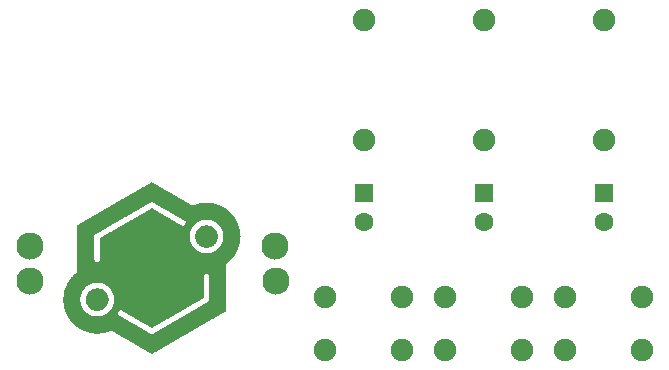
<source format=gts>
G04 MADE WITH FRITZING*
G04 WWW.FRITZING.ORG*
G04 DOUBLE SIDED*
G04 HOLES PLATED*
G04 CONTOUR ON CENTER OF CONTOUR VECTOR*
%ASAXBY*%
%FSLAX23Y23*%
%MOIN*%
%OFA0B0*%
%SFA1.0B1.0*%
%ADD10C,0.075000*%
%ADD11C,0.062992*%
%ADD12C,0.090551*%
%ADD13R,0.062992X0.062992*%
%ADD14R,0.001000X0.001000*%
%LNCOPPER1*%
G90*
G70*
G54D10*
X2013Y825D03*
X2013Y1225D03*
X1613Y825D03*
X1613Y1225D03*
X2141Y125D03*
X1885Y125D03*
X2141Y302D03*
X1885Y302D03*
X1741Y125D03*
X1485Y125D03*
X1741Y302D03*
X1485Y302D03*
X1341Y125D03*
X1085Y125D03*
X1341Y302D03*
X1085Y302D03*
G54D11*
X2013Y649D03*
X2013Y551D03*
G54D12*
X919Y354D03*
X918Y473D03*
X100Y354D03*
X99Y473D03*
G54D10*
X1213Y825D03*
X1213Y1225D03*
G54D11*
X1213Y649D03*
X1213Y551D03*
X1613Y649D03*
X1613Y551D03*
G54D13*
X2013Y649D03*
X1213Y649D03*
X1613Y649D03*
G54D14*
X507Y684D02*
X507Y684D01*
X505Y683D02*
X508Y683D01*
X503Y682D02*
X510Y682D01*
X502Y681D02*
X512Y681D01*
X500Y680D02*
X514Y680D01*
X498Y679D02*
X515Y679D01*
X496Y678D02*
X517Y678D01*
X495Y677D02*
X519Y677D01*
X493Y676D02*
X521Y676D01*
X491Y675D02*
X522Y675D01*
X490Y674D02*
X524Y674D01*
X488Y673D02*
X526Y673D01*
X486Y672D02*
X527Y672D01*
X484Y671D02*
X529Y671D01*
X483Y670D02*
X531Y670D01*
X481Y669D02*
X533Y669D01*
X479Y668D02*
X534Y668D01*
X477Y667D02*
X536Y667D01*
X476Y666D02*
X538Y666D01*
X474Y665D02*
X540Y665D01*
X472Y664D02*
X541Y664D01*
X471Y663D02*
X543Y663D01*
X469Y662D02*
X545Y662D01*
X467Y661D02*
X547Y661D01*
X465Y660D02*
X548Y660D01*
X464Y659D02*
X550Y659D01*
X462Y658D02*
X552Y658D01*
X460Y657D02*
X553Y657D01*
X458Y656D02*
X555Y656D01*
X457Y655D02*
X557Y655D01*
X455Y654D02*
X559Y654D01*
X453Y653D02*
X560Y653D01*
X451Y652D02*
X562Y652D01*
X450Y651D02*
X564Y651D01*
X448Y650D02*
X566Y650D01*
X446Y649D02*
X567Y649D01*
X445Y648D02*
X569Y648D01*
X443Y647D02*
X571Y647D01*
X441Y646D02*
X572Y646D01*
X439Y645D02*
X574Y645D01*
X438Y644D02*
X576Y644D01*
X436Y643D02*
X578Y643D01*
X434Y642D02*
X579Y642D01*
X432Y641D02*
X581Y641D01*
X431Y640D02*
X583Y640D01*
X429Y639D02*
X585Y639D01*
X427Y638D02*
X586Y638D01*
X425Y637D02*
X588Y637D01*
X424Y636D02*
X590Y636D01*
X422Y635D02*
X592Y635D01*
X420Y634D02*
X593Y634D01*
X419Y633D02*
X595Y633D01*
X417Y632D02*
X597Y632D01*
X415Y631D02*
X598Y631D01*
X413Y630D02*
X600Y630D01*
X412Y629D02*
X602Y629D01*
X410Y628D02*
X604Y628D01*
X408Y627D02*
X605Y627D01*
X406Y626D02*
X607Y626D01*
X405Y625D02*
X609Y625D01*
X403Y624D02*
X611Y624D01*
X401Y623D02*
X612Y623D01*
X400Y622D02*
X614Y622D01*
X398Y621D02*
X616Y621D01*
X396Y620D02*
X618Y620D01*
X394Y619D02*
X619Y619D01*
X393Y618D02*
X505Y618D01*
X508Y618D02*
X621Y618D01*
X391Y617D02*
X504Y617D01*
X510Y617D02*
X623Y617D01*
X389Y616D02*
X502Y616D01*
X512Y616D02*
X624Y616D01*
X387Y615D02*
X500Y615D01*
X513Y615D02*
X626Y615D01*
X675Y615D02*
X703Y615D01*
X386Y614D02*
X498Y614D01*
X515Y614D02*
X628Y614D01*
X669Y614D02*
X709Y614D01*
X384Y613D02*
X497Y613D01*
X517Y613D02*
X630Y613D01*
X664Y613D02*
X714Y613D01*
X382Y612D02*
X495Y612D01*
X519Y612D02*
X631Y612D01*
X660Y612D02*
X718Y612D01*
X380Y611D02*
X493Y611D01*
X520Y611D02*
X633Y611D01*
X657Y611D02*
X721Y611D01*
X379Y610D02*
X491Y610D01*
X522Y610D02*
X635Y610D01*
X654Y610D02*
X724Y610D01*
X377Y609D02*
X490Y609D01*
X524Y609D02*
X637Y609D01*
X651Y609D02*
X727Y609D01*
X375Y608D02*
X488Y608D01*
X526Y608D02*
X638Y608D01*
X648Y608D02*
X730Y608D01*
X374Y607D02*
X486Y607D01*
X527Y607D02*
X640Y607D01*
X646Y607D02*
X732Y607D01*
X372Y606D02*
X484Y606D01*
X529Y606D02*
X735Y606D01*
X370Y605D02*
X483Y605D01*
X531Y605D02*
X737Y605D01*
X368Y604D02*
X481Y604D01*
X533Y604D02*
X739Y604D01*
X367Y603D02*
X479Y603D01*
X534Y603D02*
X741Y603D01*
X365Y602D02*
X478Y602D01*
X536Y602D02*
X743Y602D01*
X363Y601D02*
X476Y601D01*
X538Y601D02*
X744Y601D01*
X361Y600D02*
X474Y600D01*
X539Y600D02*
X746Y600D01*
X360Y599D02*
X472Y599D01*
X541Y599D02*
X748Y599D01*
X358Y598D02*
X471Y598D01*
X543Y598D02*
X749Y598D01*
X356Y597D02*
X469Y597D01*
X507Y597D02*
X507Y597D01*
X545Y597D02*
X751Y597D01*
X354Y596D02*
X467Y596D01*
X505Y596D02*
X509Y596D01*
X546Y596D02*
X752Y596D01*
X353Y595D02*
X465Y595D01*
X503Y595D02*
X510Y595D01*
X548Y595D02*
X754Y595D01*
X351Y594D02*
X464Y594D01*
X502Y594D02*
X512Y594D01*
X550Y594D02*
X755Y594D01*
X349Y593D02*
X462Y593D01*
X500Y593D02*
X514Y593D01*
X552Y593D02*
X756Y593D01*
X348Y592D02*
X460Y592D01*
X498Y592D02*
X515Y592D01*
X553Y592D02*
X758Y592D01*
X346Y591D02*
X459Y591D01*
X496Y591D02*
X517Y591D01*
X555Y591D02*
X759Y591D01*
X344Y590D02*
X457Y590D01*
X495Y590D02*
X519Y590D01*
X557Y590D02*
X760Y590D01*
X342Y589D02*
X455Y589D01*
X493Y589D02*
X521Y589D01*
X559Y589D02*
X761Y589D01*
X341Y588D02*
X453Y588D01*
X491Y588D02*
X522Y588D01*
X560Y588D02*
X763Y588D01*
X339Y587D02*
X452Y587D01*
X489Y587D02*
X524Y587D01*
X562Y587D02*
X764Y587D01*
X337Y586D02*
X450Y586D01*
X488Y586D02*
X526Y586D01*
X564Y586D02*
X765Y586D01*
X335Y585D02*
X448Y585D01*
X486Y585D02*
X528Y585D01*
X565Y585D02*
X766Y585D01*
X334Y584D02*
X446Y584D01*
X484Y584D02*
X529Y584D01*
X567Y584D02*
X767Y584D01*
X332Y583D02*
X445Y583D01*
X483Y583D02*
X531Y583D01*
X569Y583D02*
X768Y583D01*
X330Y582D02*
X443Y582D01*
X481Y582D02*
X533Y582D01*
X571Y582D02*
X769Y582D01*
X328Y581D02*
X441Y581D01*
X479Y581D02*
X535Y581D01*
X572Y581D02*
X770Y581D01*
X327Y580D02*
X439Y580D01*
X477Y580D02*
X536Y580D01*
X574Y580D02*
X771Y580D01*
X325Y579D02*
X438Y579D01*
X476Y579D02*
X538Y579D01*
X576Y579D02*
X772Y579D01*
X323Y578D02*
X436Y578D01*
X474Y578D02*
X540Y578D01*
X578Y578D02*
X773Y578D01*
X322Y577D02*
X434Y577D01*
X472Y577D02*
X541Y577D01*
X579Y577D02*
X774Y577D01*
X320Y576D02*
X433Y576D01*
X470Y576D02*
X543Y576D01*
X581Y576D02*
X774Y576D01*
X318Y575D02*
X431Y575D01*
X469Y575D02*
X545Y575D01*
X583Y575D02*
X775Y575D01*
X316Y574D02*
X429Y574D01*
X467Y574D02*
X547Y574D01*
X585Y574D02*
X776Y574D01*
X315Y573D02*
X427Y573D01*
X465Y573D02*
X548Y573D01*
X586Y573D02*
X777Y573D01*
X313Y572D02*
X426Y572D01*
X463Y572D02*
X550Y572D01*
X588Y572D02*
X778Y572D01*
X311Y571D02*
X424Y571D01*
X462Y571D02*
X552Y571D01*
X590Y571D02*
X778Y571D01*
X309Y570D02*
X422Y570D01*
X460Y570D02*
X554Y570D01*
X591Y570D02*
X779Y570D01*
X308Y569D02*
X420Y569D01*
X458Y569D02*
X555Y569D01*
X593Y569D02*
X780Y569D01*
X306Y568D02*
X419Y568D01*
X457Y568D02*
X557Y568D01*
X595Y568D02*
X781Y568D01*
X304Y567D02*
X417Y567D01*
X455Y567D02*
X559Y567D01*
X597Y567D02*
X781Y567D01*
X303Y566D02*
X415Y566D01*
X453Y566D02*
X561Y566D01*
X598Y566D02*
X782Y566D01*
X301Y565D02*
X413Y565D01*
X451Y565D02*
X562Y565D01*
X600Y565D02*
X783Y565D01*
X299Y564D02*
X412Y564D01*
X450Y564D02*
X564Y564D01*
X602Y564D02*
X783Y564D01*
X297Y563D02*
X410Y563D01*
X448Y563D02*
X566Y563D01*
X604Y563D02*
X784Y563D01*
X296Y562D02*
X408Y562D01*
X446Y562D02*
X567Y562D01*
X605Y562D02*
X785Y562D01*
X294Y561D02*
X407Y561D01*
X444Y561D02*
X569Y561D01*
X607Y561D02*
X785Y561D01*
X292Y560D02*
X405Y560D01*
X443Y560D02*
X571Y560D01*
X609Y560D02*
X786Y560D01*
X290Y559D02*
X403Y559D01*
X441Y559D02*
X573Y559D01*
X611Y559D02*
X686Y559D01*
X692Y559D02*
X787Y559D01*
X289Y558D02*
X401Y558D01*
X439Y558D02*
X574Y558D01*
X612Y558D02*
X677Y558D01*
X701Y558D02*
X787Y558D01*
X287Y557D02*
X400Y557D01*
X437Y557D02*
X576Y557D01*
X614Y557D02*
X673Y557D01*
X705Y557D02*
X788Y557D01*
X285Y556D02*
X398Y556D01*
X436Y556D02*
X578Y556D01*
X616Y556D02*
X670Y556D01*
X708Y556D02*
X788Y556D01*
X283Y555D02*
X396Y555D01*
X434Y555D02*
X580Y555D01*
X617Y555D02*
X667Y555D01*
X710Y555D02*
X789Y555D01*
X282Y554D02*
X394Y554D01*
X432Y554D02*
X581Y554D01*
X619Y554D02*
X665Y554D01*
X713Y554D02*
X789Y554D01*
X280Y553D02*
X393Y553D01*
X431Y553D02*
X583Y553D01*
X621Y553D02*
X663Y553D01*
X715Y553D02*
X790Y553D01*
X278Y552D02*
X391Y552D01*
X429Y552D02*
X585Y552D01*
X622Y552D02*
X661Y552D01*
X717Y552D02*
X790Y552D01*
X277Y551D02*
X389Y551D01*
X427Y551D02*
X587Y551D01*
X622Y551D02*
X659Y551D01*
X718Y551D02*
X791Y551D01*
X275Y550D02*
X387Y550D01*
X425Y550D02*
X588Y550D01*
X621Y550D02*
X658Y550D01*
X720Y550D02*
X791Y550D01*
X273Y549D02*
X386Y549D01*
X424Y549D02*
X590Y549D01*
X621Y549D02*
X656Y549D01*
X722Y549D02*
X792Y549D01*
X271Y548D02*
X384Y548D01*
X422Y548D02*
X592Y548D01*
X620Y548D02*
X655Y548D01*
X723Y548D02*
X792Y548D01*
X270Y547D02*
X382Y547D01*
X420Y547D02*
X593Y547D01*
X619Y547D02*
X654Y547D01*
X724Y547D02*
X793Y547D01*
X268Y546D02*
X381Y546D01*
X418Y546D02*
X595Y546D01*
X619Y546D02*
X652Y546D01*
X726Y546D02*
X793Y546D01*
X266Y545D02*
X379Y545D01*
X417Y545D02*
X597Y545D01*
X618Y545D02*
X651Y545D01*
X727Y545D02*
X793Y545D01*
X264Y544D02*
X377Y544D01*
X415Y544D02*
X599Y544D01*
X617Y544D02*
X650Y544D01*
X728Y544D02*
X794Y544D01*
X263Y543D02*
X375Y543D01*
X413Y543D02*
X600Y543D01*
X617Y543D02*
X649Y543D01*
X729Y543D02*
X794Y543D01*
X261Y542D02*
X374Y542D01*
X411Y542D02*
X602Y542D01*
X616Y542D02*
X648Y542D01*
X730Y542D02*
X795Y542D01*
X259Y541D02*
X372Y541D01*
X410Y541D02*
X604Y541D01*
X616Y541D02*
X647Y541D01*
X731Y541D02*
X795Y541D01*
X259Y540D02*
X370Y540D01*
X408Y540D02*
X606Y540D01*
X615Y540D02*
X646Y540D01*
X683Y540D02*
X695Y540D01*
X732Y540D02*
X795Y540D01*
X259Y539D02*
X368Y539D01*
X406Y539D02*
X607Y539D01*
X615Y539D02*
X645Y539D01*
X678Y539D02*
X699Y539D01*
X733Y539D02*
X796Y539D01*
X259Y538D02*
X367Y538D01*
X405Y538D02*
X609Y538D01*
X614Y538D02*
X644Y538D01*
X676Y538D02*
X702Y538D01*
X733Y538D02*
X796Y538D01*
X259Y537D02*
X365Y537D01*
X403Y537D02*
X611Y537D01*
X614Y537D02*
X644Y537D01*
X673Y537D02*
X705Y537D01*
X734Y537D02*
X796Y537D01*
X259Y536D02*
X363Y536D01*
X401Y536D02*
X643Y536D01*
X671Y536D02*
X707Y536D01*
X735Y536D02*
X797Y536D01*
X259Y535D02*
X361Y535D01*
X399Y535D02*
X642Y535D01*
X670Y535D02*
X708Y535D01*
X736Y535D02*
X797Y535D01*
X259Y534D02*
X360Y534D01*
X398Y534D02*
X642Y534D01*
X668Y534D02*
X710Y534D01*
X736Y534D02*
X797Y534D01*
X259Y533D02*
X358Y533D01*
X396Y533D02*
X641Y533D01*
X667Y533D02*
X711Y533D01*
X737Y533D02*
X797Y533D01*
X259Y532D02*
X356Y532D01*
X394Y532D02*
X640Y532D01*
X665Y532D02*
X712Y532D01*
X737Y532D02*
X798Y532D01*
X259Y531D02*
X355Y531D01*
X392Y531D02*
X640Y531D01*
X664Y531D02*
X714Y531D01*
X738Y531D02*
X798Y531D01*
X259Y530D02*
X353Y530D01*
X391Y530D02*
X639Y530D01*
X663Y530D02*
X715Y530D01*
X739Y530D02*
X798Y530D01*
X259Y529D02*
X351Y529D01*
X389Y529D02*
X639Y529D01*
X662Y529D02*
X716Y529D01*
X739Y529D02*
X798Y529D01*
X259Y528D02*
X349Y528D01*
X387Y528D02*
X638Y528D01*
X661Y528D02*
X717Y528D01*
X740Y528D02*
X799Y528D01*
X259Y527D02*
X348Y527D01*
X385Y527D02*
X638Y527D01*
X660Y527D02*
X717Y527D01*
X740Y527D02*
X799Y527D01*
X259Y526D02*
X346Y526D01*
X384Y526D02*
X637Y526D01*
X660Y526D02*
X718Y526D01*
X741Y526D02*
X799Y526D01*
X259Y525D02*
X344Y525D01*
X382Y525D02*
X637Y525D01*
X659Y525D02*
X719Y525D01*
X741Y525D02*
X799Y525D01*
X259Y524D02*
X342Y524D01*
X380Y524D02*
X636Y524D01*
X658Y524D02*
X720Y524D01*
X742Y524D02*
X800Y524D01*
X259Y523D02*
X341Y523D01*
X379Y523D02*
X636Y523D01*
X657Y523D02*
X720Y523D01*
X742Y523D02*
X800Y523D01*
X259Y522D02*
X339Y522D01*
X377Y522D02*
X636Y522D01*
X657Y522D02*
X721Y522D01*
X742Y522D02*
X800Y522D01*
X259Y521D02*
X337Y521D01*
X375Y521D02*
X635Y521D01*
X656Y521D02*
X722Y521D01*
X743Y521D02*
X800Y521D01*
X259Y520D02*
X336Y520D01*
X373Y520D02*
X635Y520D01*
X656Y520D02*
X722Y520D01*
X743Y520D02*
X800Y520D01*
X259Y519D02*
X334Y519D01*
X372Y519D02*
X634Y519D01*
X655Y519D02*
X723Y519D01*
X743Y519D02*
X800Y519D01*
X259Y518D02*
X332Y518D01*
X370Y518D02*
X634Y518D01*
X655Y518D02*
X723Y518D01*
X744Y518D02*
X800Y518D01*
X259Y517D02*
X330Y517D01*
X368Y517D02*
X634Y517D01*
X654Y517D02*
X723Y517D01*
X744Y517D02*
X801Y517D01*
X259Y516D02*
X329Y516D01*
X366Y516D02*
X634Y516D01*
X654Y516D02*
X724Y516D01*
X744Y516D02*
X801Y516D01*
X259Y515D02*
X327Y515D01*
X365Y515D02*
X633Y515D01*
X654Y515D02*
X724Y515D01*
X744Y515D02*
X801Y515D01*
X259Y514D02*
X325Y514D01*
X363Y514D02*
X633Y514D01*
X653Y514D02*
X725Y514D01*
X745Y514D02*
X801Y514D01*
X259Y513D02*
X323Y513D01*
X361Y513D02*
X633Y513D01*
X653Y513D02*
X725Y513D01*
X745Y513D02*
X801Y513D01*
X259Y512D02*
X322Y512D01*
X360Y512D02*
X633Y512D01*
X653Y512D02*
X725Y512D01*
X745Y512D02*
X801Y512D01*
X259Y511D02*
X320Y511D01*
X358Y511D02*
X633Y511D01*
X652Y511D02*
X725Y511D01*
X745Y511D02*
X801Y511D01*
X259Y510D02*
X318Y510D01*
X356Y510D02*
X633Y510D01*
X652Y510D02*
X726Y510D01*
X745Y510D02*
X801Y510D01*
X259Y509D02*
X316Y509D01*
X354Y509D02*
X632Y509D01*
X652Y509D02*
X726Y509D01*
X745Y509D02*
X801Y509D01*
X259Y508D02*
X315Y508D01*
X353Y508D02*
X632Y508D01*
X652Y508D02*
X726Y508D01*
X745Y508D02*
X801Y508D01*
X259Y507D02*
X315Y507D01*
X351Y507D02*
X632Y507D01*
X652Y507D02*
X726Y507D01*
X745Y507D02*
X801Y507D01*
X259Y506D02*
X315Y506D01*
X349Y506D02*
X632Y506D01*
X652Y506D02*
X726Y506D01*
X746Y506D02*
X801Y506D01*
X259Y505D02*
X315Y505D01*
X347Y505D02*
X632Y505D01*
X652Y505D02*
X726Y505D01*
X746Y505D02*
X801Y505D01*
X259Y504D02*
X315Y504D01*
X346Y504D02*
X632Y504D01*
X652Y504D02*
X726Y504D01*
X746Y504D02*
X801Y504D01*
X259Y503D02*
X315Y503D01*
X344Y503D02*
X632Y503D01*
X652Y503D02*
X726Y503D01*
X746Y503D02*
X802Y503D01*
X259Y502D02*
X315Y502D01*
X342Y502D02*
X632Y502D01*
X652Y502D02*
X726Y502D01*
X746Y502D02*
X801Y502D01*
X259Y501D02*
X315Y501D01*
X340Y501D02*
X632Y501D01*
X652Y501D02*
X726Y501D01*
X746Y501D02*
X801Y501D01*
X259Y500D02*
X315Y500D01*
X339Y500D02*
X632Y500D01*
X652Y500D02*
X726Y500D01*
X746Y500D02*
X801Y500D01*
X259Y499D02*
X315Y499D01*
X337Y499D02*
X632Y499D01*
X652Y499D02*
X726Y499D01*
X746Y499D02*
X801Y499D01*
X259Y498D02*
X315Y498D01*
X335Y498D02*
X632Y498D01*
X652Y498D02*
X726Y498D01*
X745Y498D02*
X801Y498D01*
X259Y497D02*
X315Y497D01*
X334Y497D02*
X632Y497D01*
X652Y497D02*
X726Y497D01*
X745Y497D02*
X801Y497D01*
X259Y496D02*
X315Y496D01*
X334Y496D02*
X633Y496D01*
X652Y496D02*
X726Y496D01*
X745Y496D02*
X801Y496D01*
X259Y495D02*
X315Y495D01*
X334Y495D02*
X633Y495D01*
X652Y495D02*
X725Y495D01*
X745Y495D02*
X801Y495D01*
X259Y494D02*
X315Y494D01*
X334Y494D02*
X633Y494D01*
X653Y494D02*
X725Y494D01*
X745Y494D02*
X801Y494D01*
X259Y493D02*
X315Y493D01*
X334Y493D02*
X633Y493D01*
X653Y493D02*
X725Y493D01*
X745Y493D02*
X801Y493D01*
X259Y492D02*
X315Y492D01*
X334Y492D02*
X633Y492D01*
X653Y492D02*
X725Y492D01*
X745Y492D02*
X801Y492D01*
X259Y491D02*
X315Y491D01*
X334Y491D02*
X633Y491D01*
X654Y491D02*
X724Y491D01*
X744Y491D02*
X801Y491D01*
X259Y490D02*
X315Y490D01*
X334Y490D02*
X634Y490D01*
X654Y490D02*
X724Y490D01*
X744Y490D02*
X801Y490D01*
X259Y489D02*
X315Y489D01*
X334Y489D02*
X634Y489D01*
X654Y489D02*
X724Y489D01*
X744Y489D02*
X801Y489D01*
X259Y488D02*
X315Y488D01*
X334Y488D02*
X634Y488D01*
X655Y488D02*
X723Y488D01*
X744Y488D02*
X801Y488D01*
X259Y487D02*
X315Y487D01*
X334Y487D02*
X634Y487D01*
X655Y487D02*
X723Y487D01*
X743Y487D02*
X800Y487D01*
X259Y486D02*
X315Y486D01*
X334Y486D02*
X635Y486D01*
X656Y486D02*
X722Y486D01*
X743Y486D02*
X800Y486D01*
X259Y485D02*
X315Y485D01*
X334Y485D02*
X635Y485D01*
X656Y485D02*
X722Y485D01*
X743Y485D02*
X800Y485D01*
X259Y484D02*
X315Y484D01*
X334Y484D02*
X635Y484D01*
X657Y484D02*
X721Y484D01*
X742Y484D02*
X800Y484D01*
X259Y483D02*
X315Y483D01*
X334Y483D02*
X636Y483D01*
X657Y483D02*
X721Y483D01*
X742Y483D02*
X800Y483D01*
X259Y482D02*
X315Y482D01*
X334Y482D02*
X636Y482D01*
X658Y482D02*
X720Y482D01*
X742Y482D02*
X800Y482D01*
X259Y481D02*
X315Y481D01*
X334Y481D02*
X637Y481D01*
X659Y481D02*
X719Y481D01*
X741Y481D02*
X799Y481D01*
X259Y480D02*
X315Y480D01*
X334Y480D02*
X637Y480D01*
X659Y480D02*
X719Y480D01*
X741Y480D02*
X799Y480D01*
X259Y479D02*
X315Y479D01*
X334Y479D02*
X637Y479D01*
X660Y479D02*
X718Y479D01*
X740Y479D02*
X799Y479D01*
X259Y478D02*
X315Y478D01*
X334Y478D02*
X638Y478D01*
X661Y478D02*
X717Y478D01*
X740Y478D02*
X799Y478D01*
X259Y477D02*
X315Y477D01*
X334Y477D02*
X638Y477D01*
X662Y477D02*
X716Y477D01*
X739Y477D02*
X798Y477D01*
X259Y476D02*
X315Y476D01*
X334Y476D02*
X639Y476D01*
X663Y476D02*
X715Y476D01*
X739Y476D02*
X798Y476D01*
X259Y475D02*
X315Y475D01*
X334Y475D02*
X640Y475D01*
X664Y475D02*
X714Y475D01*
X738Y475D02*
X798Y475D01*
X259Y474D02*
X315Y474D01*
X334Y474D02*
X640Y474D01*
X665Y474D02*
X713Y474D01*
X738Y474D02*
X798Y474D01*
X259Y473D02*
X315Y473D01*
X334Y473D02*
X641Y473D01*
X666Y473D02*
X712Y473D01*
X737Y473D02*
X797Y473D01*
X259Y472D02*
X315Y472D01*
X334Y472D02*
X641Y472D01*
X668Y472D02*
X710Y472D01*
X736Y472D02*
X797Y472D01*
X259Y471D02*
X315Y471D01*
X334Y471D02*
X642Y471D01*
X669Y471D02*
X709Y471D01*
X736Y471D02*
X797Y471D01*
X259Y470D02*
X315Y470D01*
X334Y470D02*
X643Y470D01*
X671Y470D02*
X707Y470D01*
X735Y470D02*
X797Y470D01*
X259Y469D02*
X315Y469D01*
X334Y469D02*
X643Y469D01*
X673Y469D02*
X705Y469D01*
X734Y469D02*
X796Y469D01*
X259Y468D02*
X315Y468D01*
X334Y468D02*
X644Y468D01*
X675Y468D02*
X703Y468D01*
X734Y468D02*
X796Y468D01*
X259Y467D02*
X315Y467D01*
X334Y467D02*
X645Y467D01*
X677Y467D02*
X700Y467D01*
X733Y467D02*
X796Y467D01*
X259Y466D02*
X315Y466D01*
X334Y466D02*
X646Y466D01*
X681Y466D02*
X697Y466D01*
X732Y466D02*
X795Y466D01*
X259Y465D02*
X315Y465D01*
X334Y465D02*
X647Y465D01*
X731Y465D02*
X795Y465D01*
X259Y464D02*
X315Y464D01*
X334Y464D02*
X648Y464D01*
X730Y464D02*
X795Y464D01*
X259Y463D02*
X315Y463D01*
X334Y463D02*
X649Y463D01*
X729Y463D02*
X794Y463D01*
X259Y462D02*
X315Y462D01*
X334Y462D02*
X650Y462D01*
X728Y462D02*
X794Y462D01*
X259Y461D02*
X315Y461D01*
X334Y461D02*
X651Y461D01*
X727Y461D02*
X793Y461D01*
X259Y460D02*
X315Y460D01*
X334Y460D02*
X652Y460D01*
X726Y460D02*
X793Y460D01*
X259Y459D02*
X315Y459D01*
X334Y459D02*
X653Y459D01*
X725Y459D02*
X793Y459D01*
X259Y458D02*
X315Y458D01*
X334Y458D02*
X654Y458D01*
X723Y458D02*
X792Y458D01*
X259Y457D02*
X315Y457D01*
X334Y457D02*
X656Y457D01*
X722Y457D02*
X792Y457D01*
X259Y456D02*
X315Y456D01*
X334Y456D02*
X657Y456D01*
X721Y456D02*
X791Y456D01*
X259Y455D02*
X315Y455D01*
X334Y455D02*
X659Y455D01*
X719Y455D02*
X791Y455D01*
X259Y454D02*
X315Y454D01*
X334Y454D02*
X661Y454D01*
X717Y454D02*
X790Y454D01*
X259Y453D02*
X315Y453D01*
X334Y453D02*
X662Y453D01*
X716Y453D02*
X790Y453D01*
X259Y452D02*
X315Y452D01*
X334Y452D02*
X664Y452D01*
X713Y452D02*
X789Y452D01*
X259Y451D02*
X315Y451D01*
X334Y451D02*
X666Y451D01*
X711Y451D02*
X789Y451D01*
X259Y450D02*
X315Y450D01*
X334Y450D02*
X669Y450D01*
X709Y450D02*
X788Y450D01*
X259Y449D02*
X315Y449D01*
X334Y449D02*
X672Y449D01*
X706Y449D02*
X788Y449D01*
X259Y448D02*
X315Y448D01*
X334Y448D02*
X676Y448D01*
X702Y448D02*
X787Y448D01*
X259Y447D02*
X315Y447D01*
X334Y447D02*
X682Y447D01*
X696Y447D02*
X787Y447D01*
X259Y446D02*
X315Y446D01*
X334Y446D02*
X786Y446D01*
X259Y445D02*
X315Y445D01*
X334Y445D02*
X786Y445D01*
X259Y444D02*
X315Y444D01*
X334Y444D02*
X785Y444D01*
X259Y443D02*
X315Y443D01*
X334Y443D02*
X784Y443D01*
X259Y442D02*
X315Y442D01*
X334Y442D02*
X784Y442D01*
X259Y441D02*
X315Y441D01*
X334Y441D02*
X783Y441D01*
X259Y440D02*
X315Y440D01*
X334Y440D02*
X782Y440D01*
X259Y439D02*
X315Y439D01*
X334Y439D02*
X782Y439D01*
X259Y438D02*
X315Y438D01*
X334Y438D02*
X781Y438D01*
X259Y437D02*
X315Y437D01*
X334Y437D02*
X780Y437D01*
X259Y436D02*
X315Y436D01*
X334Y436D02*
X779Y436D01*
X259Y435D02*
X315Y435D01*
X334Y435D02*
X779Y435D01*
X259Y434D02*
X315Y434D01*
X334Y434D02*
X778Y434D01*
X259Y433D02*
X315Y433D01*
X334Y433D02*
X777Y433D01*
X259Y432D02*
X315Y432D01*
X334Y432D02*
X776Y432D01*
X259Y431D02*
X315Y431D01*
X334Y431D02*
X776Y431D01*
X259Y430D02*
X315Y430D01*
X334Y430D02*
X775Y430D01*
X259Y429D02*
X315Y429D01*
X334Y429D02*
X774Y429D01*
X259Y428D02*
X315Y428D01*
X334Y428D02*
X773Y428D01*
X259Y427D02*
X315Y427D01*
X334Y427D02*
X772Y427D01*
X259Y426D02*
X315Y426D01*
X334Y426D02*
X771Y426D01*
X259Y425D02*
X315Y425D01*
X334Y425D02*
X770Y425D01*
X259Y424D02*
X316Y424D01*
X334Y424D02*
X769Y424D01*
X259Y423D02*
X316Y423D01*
X333Y423D02*
X768Y423D01*
X259Y422D02*
X317Y422D01*
X333Y422D02*
X767Y422D01*
X259Y421D02*
X317Y421D01*
X332Y421D02*
X766Y421D01*
X259Y420D02*
X318Y420D01*
X331Y420D02*
X765Y420D01*
X259Y419D02*
X320Y419D01*
X329Y419D02*
X764Y419D01*
X259Y418D02*
X323Y418D01*
X326Y418D02*
X763Y418D01*
X259Y417D02*
X762Y417D01*
X259Y416D02*
X761Y416D01*
X259Y415D02*
X759Y415D01*
X259Y414D02*
X758Y414D01*
X259Y413D02*
X757Y413D01*
X259Y412D02*
X756Y412D01*
X259Y411D02*
X755Y411D01*
X259Y410D02*
X754Y410D01*
X259Y409D02*
X754Y409D01*
X259Y408D02*
X754Y408D01*
X259Y407D02*
X754Y407D01*
X259Y406D02*
X754Y406D01*
X259Y405D02*
X754Y405D01*
X259Y404D02*
X754Y404D01*
X259Y403D02*
X754Y403D01*
X259Y402D02*
X754Y402D01*
X259Y401D02*
X754Y401D01*
X259Y400D02*
X754Y400D01*
X259Y399D02*
X754Y399D01*
X259Y398D02*
X754Y398D01*
X259Y397D02*
X754Y397D01*
X259Y396D02*
X754Y396D01*
X259Y395D02*
X754Y395D01*
X259Y394D02*
X754Y394D01*
X259Y393D02*
X754Y393D01*
X259Y392D02*
X754Y392D01*
X259Y391D02*
X754Y391D01*
X259Y390D02*
X754Y390D01*
X259Y389D02*
X754Y389D01*
X259Y388D02*
X754Y388D01*
X259Y387D02*
X754Y387D01*
X259Y386D02*
X754Y386D01*
X259Y385D02*
X754Y385D01*
X259Y384D02*
X754Y384D01*
X258Y383D02*
X754Y383D01*
X256Y382D02*
X754Y382D01*
X255Y381D02*
X754Y381D01*
X254Y380D02*
X754Y380D01*
X253Y379D02*
X754Y379D01*
X251Y378D02*
X754Y378D01*
X250Y377D02*
X686Y377D01*
X692Y377D02*
X754Y377D01*
X249Y376D02*
X684Y376D01*
X694Y376D02*
X754Y376D01*
X248Y375D02*
X682Y375D01*
X696Y375D02*
X754Y375D01*
X247Y374D02*
X681Y374D01*
X697Y374D02*
X754Y374D01*
X246Y373D02*
X681Y373D01*
X697Y373D02*
X754Y373D01*
X245Y372D02*
X680Y372D01*
X698Y372D02*
X754Y372D01*
X244Y371D02*
X680Y371D01*
X698Y371D02*
X754Y371D01*
X243Y370D02*
X679Y370D01*
X698Y370D02*
X754Y370D01*
X242Y369D02*
X679Y369D01*
X699Y369D02*
X754Y369D01*
X241Y368D02*
X679Y368D01*
X699Y368D02*
X754Y368D01*
X240Y367D02*
X679Y367D01*
X699Y367D02*
X754Y367D01*
X239Y366D02*
X679Y366D01*
X699Y366D02*
X754Y366D01*
X239Y365D02*
X679Y365D01*
X699Y365D02*
X754Y365D01*
X238Y364D02*
X679Y364D01*
X699Y364D02*
X754Y364D01*
X237Y363D02*
X679Y363D01*
X699Y363D02*
X754Y363D01*
X236Y362D02*
X679Y362D01*
X699Y362D02*
X754Y362D01*
X235Y361D02*
X679Y361D01*
X699Y361D02*
X754Y361D01*
X235Y360D02*
X679Y360D01*
X699Y360D02*
X754Y360D01*
X234Y359D02*
X679Y359D01*
X699Y359D02*
X754Y359D01*
X233Y358D02*
X679Y358D01*
X699Y358D02*
X754Y358D01*
X232Y357D02*
X679Y357D01*
X699Y357D02*
X754Y357D01*
X232Y356D02*
X679Y356D01*
X699Y356D02*
X754Y356D01*
X231Y355D02*
X679Y355D01*
X699Y355D02*
X754Y355D01*
X230Y354D02*
X679Y354D01*
X699Y354D02*
X754Y354D01*
X230Y353D02*
X679Y353D01*
X699Y353D02*
X754Y353D01*
X229Y352D02*
X679Y352D01*
X699Y352D02*
X754Y352D01*
X228Y351D02*
X679Y351D01*
X699Y351D02*
X754Y351D01*
X228Y350D02*
X679Y350D01*
X699Y350D02*
X754Y350D01*
X227Y349D02*
X679Y349D01*
X699Y349D02*
X754Y349D01*
X227Y348D02*
X315Y348D01*
X334Y348D02*
X679Y348D01*
X699Y348D02*
X754Y348D01*
X226Y347D02*
X310Y347D01*
X339Y347D02*
X679Y347D01*
X699Y347D02*
X754Y347D01*
X226Y346D02*
X307Y346D01*
X343Y346D02*
X679Y346D01*
X699Y346D02*
X754Y346D01*
X225Y345D02*
X304Y345D01*
X345Y345D02*
X679Y345D01*
X699Y345D02*
X754Y345D01*
X225Y344D02*
X301Y344D01*
X348Y344D02*
X679Y344D01*
X699Y344D02*
X754Y344D01*
X224Y343D02*
X299Y343D01*
X350Y343D02*
X679Y343D01*
X699Y343D02*
X754Y343D01*
X224Y342D02*
X297Y342D01*
X352Y342D02*
X679Y342D01*
X699Y342D02*
X754Y342D01*
X223Y341D02*
X296Y341D01*
X354Y341D02*
X679Y341D01*
X699Y341D02*
X754Y341D01*
X223Y340D02*
X294Y340D01*
X355Y340D02*
X679Y340D01*
X699Y340D02*
X754Y340D01*
X222Y339D02*
X292Y339D01*
X357Y339D02*
X679Y339D01*
X699Y339D02*
X754Y339D01*
X222Y338D02*
X291Y338D01*
X358Y338D02*
X679Y338D01*
X699Y338D02*
X754Y338D01*
X221Y337D02*
X290Y337D01*
X360Y337D02*
X679Y337D01*
X699Y337D02*
X754Y337D01*
X221Y336D02*
X288Y336D01*
X361Y336D02*
X679Y336D01*
X699Y336D02*
X754Y336D01*
X220Y335D02*
X287Y335D01*
X362Y335D02*
X679Y335D01*
X699Y335D02*
X754Y335D01*
X220Y334D02*
X286Y334D01*
X363Y334D02*
X679Y334D01*
X699Y334D02*
X754Y334D01*
X220Y333D02*
X285Y333D01*
X364Y333D02*
X679Y333D01*
X699Y333D02*
X754Y333D01*
X219Y332D02*
X284Y332D01*
X365Y332D02*
X679Y332D01*
X699Y332D02*
X754Y332D01*
X219Y331D02*
X283Y331D01*
X366Y331D02*
X679Y331D01*
X699Y331D02*
X754Y331D01*
X219Y330D02*
X282Y330D01*
X320Y330D02*
X329Y330D01*
X367Y330D02*
X679Y330D01*
X699Y330D02*
X754Y330D01*
X218Y329D02*
X281Y329D01*
X315Y329D02*
X334Y329D01*
X368Y329D02*
X679Y329D01*
X699Y329D02*
X754Y329D01*
X218Y328D02*
X280Y328D01*
X312Y328D02*
X337Y328D01*
X369Y328D02*
X679Y328D01*
X699Y328D02*
X754Y328D01*
X217Y327D02*
X280Y327D01*
X310Y327D02*
X340Y327D01*
X370Y327D02*
X679Y327D01*
X699Y327D02*
X754Y327D01*
X217Y326D02*
X279Y326D01*
X308Y326D02*
X342Y326D01*
X370Y326D02*
X679Y326D01*
X699Y326D02*
X754Y326D01*
X217Y325D02*
X278Y325D01*
X306Y325D02*
X343Y325D01*
X371Y325D02*
X679Y325D01*
X699Y325D02*
X754Y325D01*
X217Y324D02*
X278Y324D01*
X304Y324D02*
X345Y324D01*
X372Y324D02*
X679Y324D01*
X699Y324D02*
X754Y324D01*
X216Y323D02*
X277Y323D01*
X303Y323D02*
X346Y323D01*
X372Y323D02*
X679Y323D01*
X699Y323D02*
X754Y323D01*
X216Y322D02*
X276Y322D01*
X302Y322D02*
X348Y322D01*
X373Y322D02*
X679Y322D01*
X699Y322D02*
X754Y322D01*
X216Y321D02*
X276Y321D01*
X300Y321D02*
X349Y321D01*
X374Y321D02*
X679Y321D01*
X699Y321D02*
X754Y321D01*
X215Y320D02*
X275Y320D01*
X299Y320D02*
X350Y320D01*
X374Y320D02*
X679Y320D01*
X699Y320D02*
X754Y320D01*
X215Y319D02*
X274Y319D01*
X298Y319D02*
X351Y319D01*
X375Y319D02*
X679Y319D01*
X699Y319D02*
X754Y319D01*
X215Y318D02*
X274Y318D01*
X297Y318D02*
X352Y318D01*
X375Y318D02*
X679Y318D01*
X699Y318D02*
X754Y318D01*
X215Y317D02*
X274Y317D01*
X296Y317D02*
X353Y317D01*
X376Y317D02*
X679Y317D01*
X699Y317D02*
X754Y317D01*
X215Y316D02*
X273Y316D01*
X296Y316D02*
X354Y316D01*
X376Y316D02*
X679Y316D01*
X699Y316D02*
X754Y316D01*
X214Y315D02*
X273Y315D01*
X295Y315D02*
X355Y315D01*
X377Y315D02*
X679Y315D01*
X699Y315D02*
X754Y315D01*
X214Y314D02*
X272Y314D01*
X294Y314D02*
X355Y314D01*
X377Y314D02*
X679Y314D01*
X699Y314D02*
X754Y314D01*
X214Y313D02*
X272Y313D01*
X293Y313D02*
X356Y313D01*
X378Y313D02*
X679Y313D01*
X699Y313D02*
X754Y313D01*
X214Y312D02*
X271Y312D01*
X293Y312D02*
X357Y312D01*
X378Y312D02*
X679Y312D01*
X699Y312D02*
X754Y312D01*
X214Y311D02*
X271Y311D01*
X292Y311D02*
X357Y311D01*
X378Y311D02*
X679Y311D01*
X699Y311D02*
X754Y311D01*
X213Y310D02*
X271Y310D01*
X292Y310D02*
X358Y310D01*
X379Y310D02*
X679Y310D01*
X699Y310D02*
X754Y310D01*
X213Y309D02*
X270Y309D01*
X291Y309D02*
X358Y309D01*
X379Y309D02*
X679Y309D01*
X699Y309D02*
X754Y309D01*
X213Y308D02*
X270Y308D01*
X291Y308D02*
X359Y308D01*
X379Y308D02*
X679Y308D01*
X699Y308D02*
X754Y308D01*
X213Y307D02*
X270Y307D01*
X290Y307D02*
X359Y307D01*
X380Y307D02*
X679Y307D01*
X699Y307D02*
X754Y307D01*
X213Y306D02*
X270Y306D01*
X290Y306D02*
X359Y306D01*
X380Y306D02*
X679Y306D01*
X699Y306D02*
X754Y306D01*
X213Y305D02*
X269Y305D01*
X289Y305D02*
X360Y305D01*
X380Y305D02*
X679Y305D01*
X699Y305D02*
X754Y305D01*
X213Y304D02*
X269Y304D01*
X289Y304D02*
X360Y304D01*
X380Y304D02*
X679Y304D01*
X699Y304D02*
X754Y304D01*
X213Y303D02*
X269Y303D01*
X289Y303D02*
X360Y303D01*
X380Y303D02*
X679Y303D01*
X699Y303D02*
X754Y303D01*
X213Y302D02*
X269Y302D01*
X289Y302D02*
X361Y302D01*
X381Y302D02*
X679Y302D01*
X699Y302D02*
X754Y302D01*
X212Y301D02*
X269Y301D01*
X288Y301D02*
X361Y301D01*
X381Y301D02*
X679Y301D01*
X699Y301D02*
X754Y301D01*
X212Y300D02*
X268Y300D01*
X288Y300D02*
X361Y300D01*
X381Y300D02*
X679Y300D01*
X699Y300D02*
X754Y300D01*
X212Y299D02*
X268Y299D01*
X288Y299D02*
X361Y299D01*
X381Y299D02*
X679Y299D01*
X699Y299D02*
X754Y299D01*
X212Y298D02*
X268Y298D01*
X288Y298D02*
X362Y298D01*
X381Y298D02*
X679Y298D01*
X699Y298D02*
X754Y298D01*
X212Y297D02*
X268Y297D01*
X288Y297D02*
X362Y297D01*
X381Y297D02*
X678Y297D01*
X699Y297D02*
X754Y297D01*
X212Y296D02*
X268Y296D01*
X287Y296D02*
X362Y296D01*
X381Y296D02*
X676Y296D01*
X699Y296D02*
X754Y296D01*
X212Y295D02*
X268Y295D01*
X287Y295D02*
X362Y295D01*
X381Y295D02*
X674Y295D01*
X699Y295D02*
X754Y295D01*
X212Y294D02*
X268Y294D01*
X287Y294D02*
X362Y294D01*
X381Y294D02*
X673Y294D01*
X699Y294D02*
X754Y294D01*
X212Y293D02*
X268Y293D01*
X287Y293D02*
X362Y293D01*
X381Y293D02*
X671Y293D01*
X699Y293D02*
X754Y293D01*
X212Y292D02*
X268Y292D01*
X287Y292D02*
X362Y292D01*
X381Y292D02*
X669Y292D01*
X699Y292D02*
X754Y292D01*
X212Y291D02*
X268Y291D01*
X287Y291D02*
X362Y291D01*
X381Y291D02*
X667Y291D01*
X699Y291D02*
X754Y291D01*
X212Y290D02*
X268Y290D01*
X287Y290D02*
X362Y290D01*
X381Y290D02*
X666Y290D01*
X699Y290D02*
X754Y290D01*
X212Y289D02*
X268Y289D01*
X287Y289D02*
X362Y289D01*
X381Y289D02*
X664Y289D01*
X699Y289D02*
X754Y289D01*
X212Y288D02*
X268Y288D01*
X288Y288D02*
X362Y288D01*
X381Y288D02*
X662Y288D01*
X699Y288D02*
X754Y288D01*
X212Y287D02*
X268Y287D01*
X288Y287D02*
X362Y287D01*
X381Y287D02*
X660Y287D01*
X698Y287D02*
X754Y287D01*
X212Y286D02*
X268Y286D01*
X288Y286D02*
X361Y286D01*
X381Y286D02*
X659Y286D01*
X696Y286D02*
X754Y286D01*
X212Y285D02*
X268Y285D01*
X288Y285D02*
X361Y285D01*
X381Y285D02*
X657Y285D01*
X695Y285D02*
X754Y285D01*
X212Y284D02*
X269Y284D01*
X288Y284D02*
X361Y284D01*
X381Y284D02*
X655Y284D01*
X693Y284D02*
X754Y284D01*
X212Y283D02*
X269Y283D01*
X289Y283D02*
X361Y283D01*
X381Y283D02*
X653Y283D01*
X691Y283D02*
X754Y283D01*
X213Y282D02*
X269Y282D01*
X289Y282D02*
X360Y282D01*
X380Y282D02*
X652Y282D01*
X690Y282D02*
X754Y282D01*
X213Y281D02*
X269Y281D01*
X289Y281D02*
X360Y281D01*
X380Y281D02*
X650Y281D01*
X688Y281D02*
X754Y281D01*
X213Y280D02*
X269Y280D01*
X289Y280D02*
X360Y280D01*
X380Y280D02*
X648Y280D01*
X686Y280D02*
X754Y280D01*
X213Y279D02*
X270Y279D01*
X290Y279D02*
X359Y279D01*
X380Y279D02*
X647Y279D01*
X684Y279D02*
X754Y279D01*
X213Y278D02*
X270Y278D01*
X290Y278D02*
X359Y278D01*
X380Y278D02*
X645Y278D01*
X683Y278D02*
X754Y278D01*
X213Y277D02*
X270Y277D01*
X291Y277D02*
X359Y277D01*
X379Y277D02*
X643Y277D01*
X681Y277D02*
X754Y277D01*
X213Y276D02*
X270Y276D01*
X291Y276D02*
X358Y276D01*
X379Y276D02*
X641Y276D01*
X679Y276D02*
X754Y276D01*
X213Y275D02*
X271Y275D01*
X292Y275D02*
X358Y275D01*
X379Y275D02*
X640Y275D01*
X677Y275D02*
X754Y275D01*
X214Y274D02*
X271Y274D01*
X292Y274D02*
X357Y274D01*
X378Y274D02*
X638Y274D01*
X676Y274D02*
X754Y274D01*
X214Y273D02*
X271Y273D01*
X293Y273D02*
X357Y273D01*
X378Y273D02*
X636Y273D01*
X674Y273D02*
X754Y273D01*
X214Y272D02*
X272Y272D01*
X293Y272D02*
X356Y272D01*
X378Y272D02*
X634Y272D01*
X672Y272D02*
X754Y272D01*
X214Y271D02*
X272Y271D01*
X294Y271D02*
X355Y271D01*
X377Y271D02*
X633Y271D01*
X671Y271D02*
X754Y271D01*
X214Y270D02*
X273Y270D01*
X295Y270D02*
X354Y270D01*
X377Y270D02*
X631Y270D01*
X669Y270D02*
X754Y270D01*
X215Y269D02*
X273Y269D01*
X296Y269D02*
X354Y269D01*
X376Y269D02*
X629Y269D01*
X667Y269D02*
X754Y269D01*
X215Y268D02*
X274Y268D01*
X296Y268D02*
X353Y268D01*
X376Y268D02*
X627Y268D01*
X665Y268D02*
X754Y268D01*
X215Y267D02*
X274Y267D01*
X297Y267D02*
X352Y267D01*
X375Y267D02*
X626Y267D01*
X664Y267D02*
X754Y267D01*
X215Y266D02*
X275Y266D01*
X298Y266D02*
X351Y266D01*
X375Y266D02*
X624Y266D01*
X662Y266D02*
X754Y266D01*
X215Y265D02*
X275Y265D01*
X299Y265D02*
X350Y265D01*
X374Y265D02*
X622Y265D01*
X660Y265D02*
X754Y265D01*
X216Y264D02*
X276Y264D01*
X300Y264D02*
X349Y264D01*
X374Y264D02*
X621Y264D01*
X658Y264D02*
X754Y264D01*
X216Y263D02*
X276Y263D01*
X302Y263D02*
X348Y263D01*
X373Y263D02*
X619Y263D01*
X657Y263D02*
X754Y263D01*
X216Y262D02*
X277Y262D01*
X303Y262D02*
X346Y262D01*
X372Y262D02*
X617Y262D01*
X655Y262D02*
X754Y262D01*
X217Y261D02*
X278Y261D01*
X304Y261D02*
X345Y261D01*
X372Y261D02*
X615Y261D01*
X653Y261D02*
X754Y261D01*
X217Y260D02*
X278Y260D01*
X306Y260D02*
X343Y260D01*
X371Y260D02*
X614Y260D01*
X651Y260D02*
X754Y260D01*
X217Y259D02*
X279Y259D01*
X308Y259D02*
X342Y259D01*
X370Y259D02*
X612Y259D01*
X650Y259D02*
X754Y259D01*
X217Y258D02*
X280Y258D01*
X310Y258D02*
X340Y258D01*
X370Y258D02*
X400Y258D01*
X403Y258D02*
X610Y258D01*
X648Y258D02*
X754Y258D01*
X218Y257D02*
X281Y257D01*
X312Y257D02*
X337Y257D01*
X369Y257D02*
X399Y257D01*
X405Y257D02*
X608Y257D01*
X646Y257D02*
X754Y257D01*
X218Y256D02*
X281Y256D01*
X316Y256D02*
X334Y256D01*
X368Y256D02*
X399Y256D01*
X407Y256D02*
X607Y256D01*
X645Y256D02*
X754Y256D01*
X218Y255D02*
X282Y255D01*
X321Y255D02*
X329Y255D01*
X367Y255D02*
X398Y255D01*
X409Y255D02*
X605Y255D01*
X643Y255D02*
X754Y255D01*
X219Y254D02*
X283Y254D01*
X366Y254D02*
X398Y254D01*
X410Y254D02*
X603Y254D01*
X641Y254D02*
X754Y254D01*
X219Y253D02*
X284Y253D01*
X365Y253D02*
X397Y253D01*
X412Y253D02*
X602Y253D01*
X639Y253D02*
X752Y253D01*
X220Y252D02*
X285Y252D01*
X364Y252D02*
X397Y252D01*
X414Y252D02*
X600Y252D01*
X638Y252D02*
X750Y252D01*
X220Y251D02*
X286Y251D01*
X363Y251D02*
X396Y251D01*
X416Y251D02*
X598Y251D01*
X636Y251D02*
X749Y251D01*
X220Y250D02*
X287Y250D01*
X362Y250D02*
X395Y250D01*
X417Y250D02*
X596Y250D01*
X634Y250D02*
X747Y250D01*
X221Y249D02*
X288Y249D01*
X361Y249D02*
X395Y249D01*
X419Y249D02*
X595Y249D01*
X632Y249D02*
X745Y249D01*
X221Y248D02*
X290Y248D01*
X360Y248D02*
X394Y248D01*
X421Y248D02*
X593Y248D01*
X631Y248D02*
X743Y248D01*
X222Y247D02*
X291Y247D01*
X358Y247D02*
X393Y247D01*
X422Y247D02*
X591Y247D01*
X629Y247D02*
X742Y247D01*
X222Y246D02*
X292Y246D01*
X357Y246D02*
X393Y246D01*
X424Y246D02*
X589Y246D01*
X627Y246D02*
X740Y246D01*
X223Y245D02*
X294Y245D01*
X355Y245D02*
X392Y245D01*
X426Y245D02*
X588Y245D01*
X625Y245D02*
X738Y245D01*
X223Y244D02*
X296Y244D01*
X354Y244D02*
X392Y244D01*
X428Y244D02*
X586Y244D01*
X624Y244D02*
X736Y244D01*
X224Y243D02*
X297Y243D01*
X352Y243D02*
X392Y243D01*
X429Y243D02*
X584Y243D01*
X622Y243D02*
X735Y243D01*
X224Y242D02*
X299Y242D01*
X350Y242D02*
X393Y242D01*
X431Y242D02*
X582Y242D01*
X620Y242D02*
X733Y242D01*
X225Y241D02*
X302Y241D01*
X348Y241D02*
X395Y241D01*
X433Y241D02*
X581Y241D01*
X619Y241D02*
X731Y241D01*
X225Y240D02*
X304Y240D01*
X345Y240D02*
X397Y240D01*
X435Y240D02*
X579Y240D01*
X617Y240D02*
X730Y240D01*
X226Y239D02*
X307Y239D01*
X343Y239D02*
X398Y239D01*
X436Y239D02*
X577Y239D01*
X615Y239D02*
X728Y239D01*
X226Y238D02*
X310Y238D01*
X339Y238D02*
X400Y238D01*
X438Y238D02*
X576Y238D01*
X613Y238D02*
X726Y238D01*
X227Y237D02*
X315Y237D01*
X334Y237D02*
X402Y237D01*
X440Y237D02*
X574Y237D01*
X612Y237D02*
X724Y237D01*
X227Y236D02*
X404Y236D01*
X442Y236D02*
X572Y236D01*
X610Y236D02*
X723Y236D01*
X228Y235D02*
X405Y235D01*
X443Y235D02*
X570Y235D01*
X608Y235D02*
X721Y235D01*
X228Y234D02*
X407Y234D01*
X445Y234D02*
X569Y234D01*
X606Y234D02*
X719Y234D01*
X229Y233D02*
X409Y233D01*
X447Y233D02*
X567Y233D01*
X605Y233D02*
X717Y233D01*
X230Y232D02*
X411Y232D01*
X448Y232D02*
X565Y232D01*
X603Y232D02*
X716Y232D01*
X230Y231D02*
X412Y231D01*
X450Y231D02*
X563Y231D01*
X601Y231D02*
X714Y231D01*
X231Y230D02*
X414Y230D01*
X452Y230D02*
X562Y230D01*
X599Y230D02*
X712Y230D01*
X232Y229D02*
X416Y229D01*
X454Y229D02*
X560Y229D01*
X598Y229D02*
X710Y229D01*
X232Y228D02*
X417Y228D01*
X455Y228D02*
X558Y228D01*
X596Y228D02*
X709Y228D01*
X233Y227D02*
X419Y227D01*
X457Y227D02*
X556Y227D01*
X594Y227D02*
X707Y227D01*
X234Y226D02*
X421Y226D01*
X459Y226D02*
X555Y226D01*
X593Y226D02*
X705Y226D01*
X235Y225D02*
X423Y225D01*
X461Y225D02*
X553Y225D01*
X591Y225D02*
X704Y225D01*
X235Y224D02*
X424Y224D01*
X462Y224D02*
X551Y224D01*
X589Y224D02*
X702Y224D01*
X236Y223D02*
X426Y223D01*
X464Y223D02*
X550Y223D01*
X587Y223D02*
X700Y223D01*
X237Y222D02*
X428Y222D01*
X466Y222D02*
X548Y222D01*
X586Y222D02*
X698Y222D01*
X238Y221D02*
X430Y221D01*
X467Y221D02*
X546Y221D01*
X584Y221D02*
X697Y221D01*
X238Y220D02*
X431Y220D01*
X469Y220D02*
X544Y220D01*
X582Y220D02*
X695Y220D01*
X239Y219D02*
X433Y219D01*
X471Y219D02*
X543Y219D01*
X580Y219D02*
X693Y219D01*
X240Y218D02*
X435Y218D01*
X473Y218D02*
X541Y218D01*
X579Y218D02*
X691Y218D01*
X241Y217D02*
X437Y217D01*
X474Y217D02*
X539Y217D01*
X577Y217D02*
X690Y217D01*
X242Y216D02*
X438Y216D01*
X476Y216D02*
X537Y216D01*
X575Y216D02*
X688Y216D01*
X243Y215D02*
X440Y215D01*
X478Y215D02*
X536Y215D01*
X574Y215D02*
X686Y215D01*
X244Y214D02*
X442Y214D01*
X480Y214D02*
X534Y214D01*
X572Y214D02*
X685Y214D01*
X245Y213D02*
X443Y213D01*
X481Y213D02*
X532Y213D01*
X570Y213D02*
X683Y213D01*
X246Y212D02*
X445Y212D01*
X483Y212D02*
X530Y212D01*
X568Y212D02*
X681Y212D01*
X247Y211D02*
X447Y211D01*
X485Y211D02*
X529Y211D01*
X567Y211D02*
X679Y211D01*
X248Y210D02*
X449Y210D01*
X487Y210D02*
X527Y210D01*
X565Y210D02*
X678Y210D01*
X249Y209D02*
X450Y209D01*
X488Y209D02*
X525Y209D01*
X563Y209D02*
X676Y209D01*
X250Y208D02*
X452Y208D01*
X490Y208D02*
X524Y208D01*
X561Y208D02*
X674Y208D01*
X251Y207D02*
X454Y207D01*
X492Y207D02*
X522Y207D01*
X560Y207D02*
X672Y207D01*
X252Y206D02*
X456Y206D01*
X493Y206D02*
X520Y206D01*
X558Y206D02*
X671Y206D01*
X254Y205D02*
X457Y205D01*
X495Y205D02*
X518Y205D01*
X556Y205D02*
X669Y205D01*
X255Y204D02*
X459Y204D01*
X497Y204D02*
X517Y204D01*
X554Y204D02*
X667Y204D01*
X256Y203D02*
X461Y203D01*
X499Y203D02*
X515Y203D01*
X553Y203D02*
X665Y203D01*
X258Y202D02*
X463Y202D01*
X500Y202D02*
X513Y202D01*
X551Y202D02*
X664Y202D01*
X259Y201D02*
X464Y201D01*
X502Y201D02*
X511Y201D01*
X549Y201D02*
X662Y201D01*
X260Y200D02*
X466Y200D01*
X504Y200D02*
X510Y200D01*
X548Y200D02*
X660Y200D01*
X262Y199D02*
X468Y199D01*
X506Y199D02*
X508Y199D01*
X546Y199D02*
X659Y199D01*
X263Y198D02*
X469Y198D01*
X544Y198D02*
X657Y198D01*
X265Y197D02*
X471Y197D01*
X542Y197D02*
X655Y197D01*
X266Y196D02*
X473Y196D01*
X541Y196D02*
X653Y196D01*
X268Y195D02*
X475Y195D01*
X539Y195D02*
X652Y195D01*
X270Y194D02*
X476Y194D01*
X537Y194D02*
X650Y194D01*
X271Y193D02*
X478Y193D01*
X535Y193D02*
X648Y193D01*
X273Y192D02*
X480Y192D01*
X534Y192D02*
X646Y192D01*
X275Y191D02*
X482Y191D01*
X532Y191D02*
X645Y191D01*
X277Y190D02*
X483Y190D01*
X530Y190D02*
X643Y190D01*
X280Y189D02*
X369Y189D01*
X372Y189D02*
X485Y189D01*
X528Y189D02*
X641Y189D01*
X282Y188D02*
X367Y188D01*
X374Y188D02*
X487Y188D01*
X527Y188D02*
X639Y188D01*
X284Y187D02*
X365Y187D01*
X376Y187D02*
X489Y187D01*
X525Y187D02*
X638Y187D01*
X287Y186D02*
X362Y186D01*
X378Y186D02*
X490Y186D01*
X523Y186D02*
X636Y186D01*
X290Y185D02*
X359Y185D01*
X379Y185D02*
X492Y185D01*
X522Y185D02*
X634Y185D01*
X293Y184D02*
X356Y184D01*
X381Y184D02*
X494Y184D01*
X520Y184D02*
X633Y184D01*
X297Y183D02*
X352Y183D01*
X383Y183D02*
X495Y183D01*
X518Y183D02*
X631Y183D01*
X301Y182D02*
X348Y182D01*
X385Y182D02*
X497Y182D01*
X516Y182D02*
X629Y182D01*
X306Y181D02*
X343Y181D01*
X386Y181D02*
X499Y181D01*
X515Y181D02*
X627Y181D01*
X314Y180D02*
X335Y180D01*
X388Y180D02*
X501Y180D01*
X513Y180D02*
X626Y180D01*
X390Y179D02*
X502Y179D01*
X511Y179D02*
X624Y179D01*
X391Y178D02*
X504Y178D01*
X509Y178D02*
X622Y178D01*
X393Y177D02*
X506Y177D01*
X508Y177D02*
X620Y177D01*
X395Y176D02*
X619Y176D01*
X397Y175D02*
X617Y175D01*
X398Y174D02*
X615Y174D01*
X400Y173D02*
X613Y173D01*
X402Y172D02*
X612Y172D01*
X404Y171D02*
X610Y171D01*
X405Y170D02*
X608Y170D01*
X407Y169D02*
X607Y169D01*
X409Y168D02*
X605Y168D01*
X410Y167D02*
X603Y167D01*
X412Y166D02*
X601Y166D01*
X414Y165D02*
X600Y165D01*
X416Y164D02*
X598Y164D01*
X417Y163D02*
X596Y163D01*
X419Y162D02*
X594Y162D01*
X421Y161D02*
X593Y161D01*
X423Y160D02*
X591Y160D01*
X424Y159D02*
X589Y159D01*
X426Y158D02*
X588Y158D01*
X428Y157D02*
X586Y157D01*
X430Y156D02*
X584Y156D01*
X431Y155D02*
X582Y155D01*
X433Y154D02*
X581Y154D01*
X435Y153D02*
X579Y153D01*
X436Y152D02*
X577Y152D01*
X438Y151D02*
X575Y151D01*
X440Y150D02*
X574Y150D01*
X442Y149D02*
X572Y149D01*
X443Y148D02*
X570Y148D01*
X445Y147D02*
X568Y147D01*
X447Y146D02*
X567Y146D01*
X449Y145D02*
X565Y145D01*
X450Y144D02*
X563Y144D01*
X452Y143D02*
X562Y143D01*
X454Y142D02*
X560Y142D01*
X456Y141D02*
X558Y141D01*
X457Y140D02*
X556Y140D01*
X459Y139D02*
X555Y139D01*
X461Y138D02*
X553Y138D01*
X462Y137D02*
X551Y137D01*
X464Y136D02*
X549Y136D01*
X466Y135D02*
X548Y135D01*
X468Y134D02*
X546Y134D01*
X469Y133D02*
X544Y133D01*
X471Y132D02*
X542Y132D01*
X473Y131D02*
X541Y131D01*
X475Y130D02*
X539Y130D01*
X476Y129D02*
X537Y129D01*
X478Y128D02*
X536Y128D01*
X480Y127D02*
X534Y127D01*
X482Y126D02*
X532Y126D01*
X483Y125D02*
X530Y125D01*
X485Y124D02*
X529Y124D01*
X487Y123D02*
X527Y123D01*
X488Y122D02*
X525Y122D01*
X490Y121D02*
X523Y121D01*
X492Y120D02*
X522Y120D01*
X494Y119D02*
X520Y119D01*
X495Y118D02*
X518Y118D01*
X497Y117D02*
X516Y117D01*
X499Y116D02*
X515Y116D01*
X501Y115D02*
X513Y115D01*
X502Y114D02*
X511Y114D01*
X504Y113D02*
X510Y113D01*
X506Y112D02*
X508Y112D01*
D02*
G04 End of Copper1*
M02*
</source>
